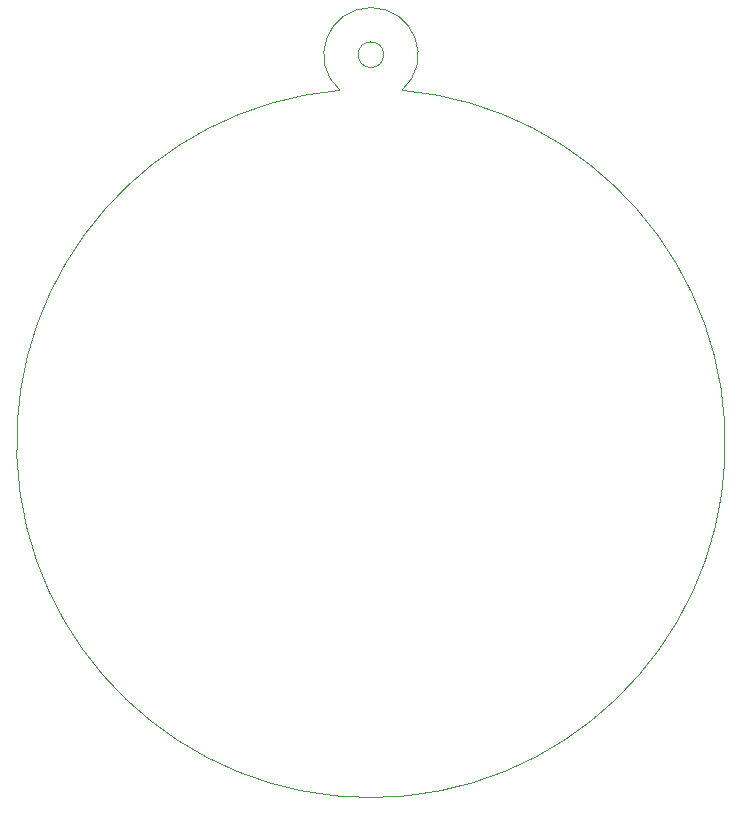
<source format=gm1>
G04 #@! TF.GenerationSoftware,KiCad,Pcbnew,8.0.0*
G04 #@! TF.CreationDate,2024-12-09T22:18:02+01:00*
G04 #@! TF.ProjectId,xmasOrnament2024,786d6173-4f72-46e6-916d-656e74323032,rev?*
G04 #@! TF.SameCoordinates,Original*
G04 #@! TF.FileFunction,Profile,NP*
%FSLAX46Y46*%
G04 Gerber Fmt 4.6, Leading zero omitted, Abs format (unit mm)*
G04 Created by KiCad (PCBNEW 8.0.0) date 2024-12-09 22:18:02*
%MOMM*%
%LPD*%
G01*
G04 APERTURE LIST*
G04 #@! TA.AperFunction,Profile*
%ADD10C,0.050000*%
G04 #@! TD*
G04 APERTURE END LIST*
D10*
X146464670Y-65814201D02*
G75*
G02*
X141235330Y-65814201I-2614670J-29885813D01*
G01*
X141235331Y-65814198D02*
G75*
G02*
X146464670Y-65814197I2614669J3014198D01*
G01*
X144931665Y-62800000D02*
G75*
G02*
X142768335Y-62800000I-1081665J0D01*
G01*
X142768335Y-62800000D02*
G75*
G02*
X144931665Y-62800000I1081665J0D01*
G01*
M02*

</source>
